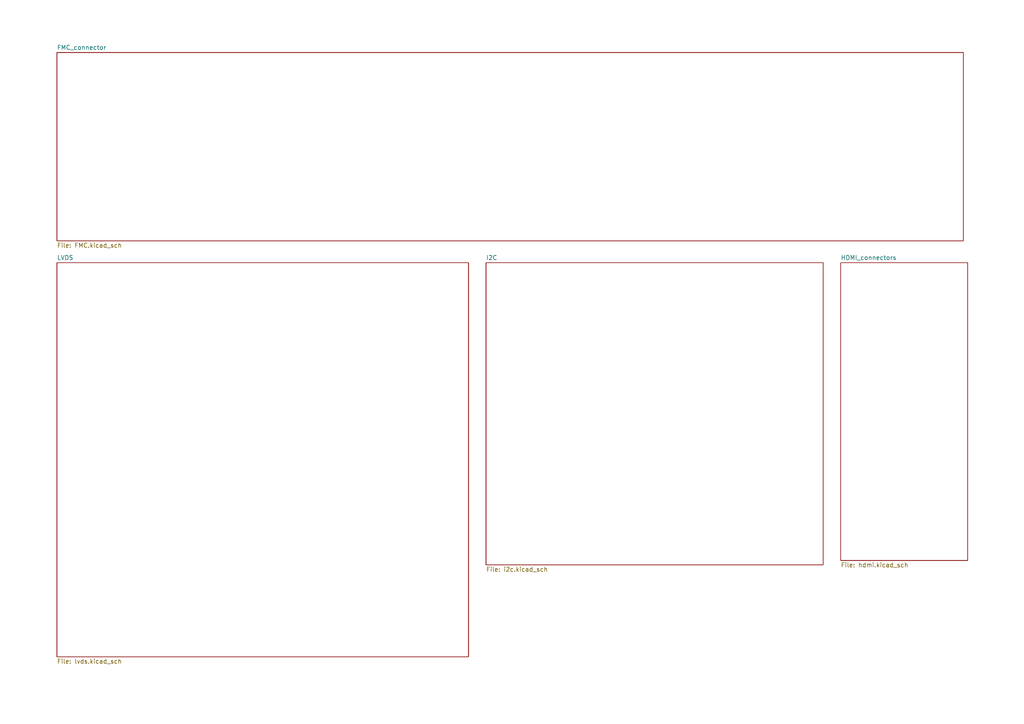
<source format=kicad_sch>
(kicad_sch (version 20211123) (generator eeschema)
  (paper "A4")
  (title_block (title "VMM3a hybrid adapter card for Xilinx Kintex 7 eval board") (date "2019-12-05") (company "ESS/CERN"))
  (lib_symbols)
  (sheet (at 140.97 76.2) (size 97.79 87.63) (stroke (width 0.1524))
    (property "Sheet name" "I2C" (at 140.97 75.4884 0) (effects (justify left bottom)))
    (property "Sheet file" "i2c.kicad_sch" (at 140.97 164.4146 0) (effects (justify left top)))
  )
  (sheet (at 16.51 76.2) (size 119.38 114.3) (stroke (width 0.1524))
    (property "Sheet name" "LVDS" (at 16.51 75.4884 0) (effects (justify left bottom)))
    (property "Sheet file" "lvds.kicad_sch" (at 16.51 191.0846 0) (effects (justify left top)))
  )
  (sheet (at 243.84 76.2) (size 36.83 86.36) (stroke (width 0.1524))
    (property "Sheet name" "HDMI_connectors" (at 243.84 75.4884 0) (effects (justify left bottom)))
    (property "Sheet file" "hdmi.kicad_sch" (at 243.84 163.1446 0) (effects (justify left top)))
  )
  (sheet (at 16.51 15.24) (size 262.89 54.61) (stroke (width 0.1524))
    (property "Sheet name" "FMC_connector" (at 16.51 14.5284 0) (effects (justify left bottom)))
    (property "Sheet file" "FMC.kicad_sch" (at 16.51 70.4346 0) (effects (justify left top)))
  )
)
</source>
